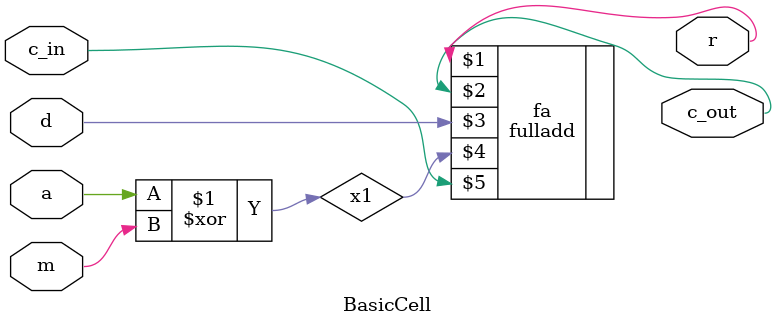
<source format=v>
module BasicCell(r,c_out,d,m,c_in,a);
	
	input d, m, a, c_in;
	output r, c_out;
		
	wire x1;

	xor xor1(x1,a,m);
	fulladd fa(r,c_out,d,x1,c_in);			//1 bit adder

endmodule

</source>
